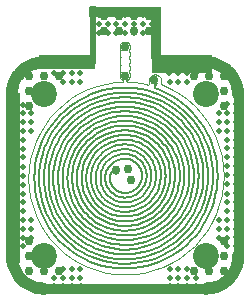
<source format=gbr>
G04 EAGLE Gerber RS-274X export*
G75*
%MOMM*%
%FSLAX34Y34*%
%LPD*%
%INTop Copper*%
%IPPOS*%
%AMOC8*
5,1,8,0,0,1.08239X$1,22.5*%
G01*
%ADD10C,2.199994*%
%ADD11R,0.822200X4.470391*%
%ADD12R,6.101888X0.924900*%
%ADD13R,0.590900X4.881488*%
%ADD14R,1.186200X14.358275*%
%ADD15R,4.729191X1.185300*%
%ADD16R,14.232375X0.964600*%
%ADD17R,0.956200X14.255072*%
%ADD18R,5.161787X1.511097*%
%ADD19C,0.500000*%
%ADD20C,0.000000*%
%ADD21C,0.200000*%
%ADD22C,0.999997*%
%ADD23C,0.756400*%


D10*
X137128Y137128D03*
X137128Y0D03*
X0Y0D03*
X0Y137128D03*
D11*
X95109Y189107D03*
D12*
X68710Y206834D03*
D13*
X41155Y187051D03*
D14*
X-26250Y66711D03*
D15*
X19242Y164278D03*
D16*
X68621Y-27682D03*
D17*
X164800Y68735D03*
D18*
X116430Y162494D03*
D19*
X53858Y189187D03*
X46406Y189128D03*
X61310Y189247D03*
X61191Y204151D03*
X61251Y196699D03*
X46287Y204032D03*
X46346Y196580D03*
X53798Y196639D03*
X53739Y204092D03*
X68762Y189307D03*
X68702Y196759D03*
X76155Y196818D03*
X76214Y189366D03*
X76095Y204270D03*
X68643Y204211D03*
X83666Y189426D03*
X83607Y196878D03*
X91059Y196938D03*
X91118Y189486D03*
X90999Y204390D03*
X83547Y204330D03*
X113622Y162586D03*
X106172Y162586D03*
X106234Y155194D03*
X106295Y147801D03*
X113745Y147801D03*
X121195Y147801D03*
X113684Y155194D03*
X121072Y162586D03*
X121134Y155194D03*
X128584Y155194D03*
X128522Y162586D03*
X135972Y162586D03*
X15932Y147801D03*
X908Y162586D03*
X8420Y155194D03*
X23381Y147801D03*
X30832Y147801D03*
X23320Y155194D03*
X15870Y155194D03*
X15808Y162586D03*
X8358Y162586D03*
X23258Y162586D03*
X30708Y162586D03*
X30770Y155194D03*
X-10672Y15932D03*
X-25457Y908D03*
X-18065Y8420D03*
X-10672Y23381D03*
X-10672Y30832D03*
X-18065Y23320D03*
X-18065Y15870D03*
X-25457Y15808D03*
X-25457Y8358D03*
X-25457Y23258D03*
X-25457Y30708D03*
X-18065Y30770D03*
X-18065Y38220D03*
X-25457Y38158D03*
X-25457Y45608D03*
X-18065Y45670D03*
X-18065Y53120D03*
X-25457Y53058D03*
X-25457Y60508D03*
X-18065Y60570D03*
X-18065Y68020D03*
X-25457Y67958D03*
X-25457Y75408D03*
X-18065Y75470D03*
X-25457Y135972D03*
X-25457Y128522D03*
X-18065Y128584D03*
X-18065Y121134D03*
X-25457Y121072D03*
X-18065Y113684D03*
X-10672Y121195D03*
X-10672Y113745D03*
X-10672Y106295D03*
X-18065Y106234D03*
X-25457Y106172D03*
X-25457Y98722D03*
X-18065Y98784D03*
X-18065Y91334D03*
X-25457Y91272D03*
X-25457Y83822D03*
X-18065Y83884D03*
X-25457Y113622D03*
X147801Y121195D03*
X162586Y136219D03*
X155194Y128707D03*
X147801Y113745D03*
X147801Y106295D03*
X155194Y113807D03*
X155194Y121257D03*
X162586Y121319D03*
X162586Y128769D03*
X162586Y113869D03*
X162586Y106419D03*
X155194Y106357D03*
X155194Y98907D03*
X162586Y98969D03*
X162586Y91519D03*
X155194Y91457D03*
X155194Y84007D03*
X162586Y84069D03*
X162586Y76619D03*
X155194Y76557D03*
X155194Y69107D03*
X162586Y69169D03*
X162586Y61719D03*
X155194Y61657D03*
X162586Y1155D03*
X162586Y8605D03*
X155194Y8543D03*
X155194Y15993D03*
X162586Y16055D03*
X155194Y23443D03*
X147801Y15932D03*
X147801Y23381D03*
X147801Y30832D03*
X155194Y30893D03*
X162586Y30955D03*
X162586Y38405D03*
X155194Y38343D03*
X155194Y45793D03*
X162586Y45855D03*
X162586Y53305D03*
X155194Y53243D03*
X162586Y23505D03*
X23505Y-25457D03*
X30955Y-25457D03*
X30893Y-18065D03*
X30832Y-10672D03*
X23381Y-10672D03*
X15932Y-10672D03*
X23443Y-18065D03*
X16055Y-25457D03*
X15993Y-18065D03*
X8543Y-18065D03*
X8605Y-25457D03*
X1155Y-25457D03*
X106357Y-18065D03*
X106419Y-25457D03*
X113869Y-25457D03*
X128769Y-25457D03*
X121319Y-25457D03*
X121257Y-18065D03*
X113807Y-18065D03*
X106295Y-10672D03*
X113745Y-10672D03*
X128707Y-18065D03*
X136219Y-25457D03*
X121195Y-10672D03*
D10*
X137128Y137128D03*
X137128Y0D03*
X0Y0D03*
X0Y137128D03*
D11*
X95109Y189107D03*
D12*
X68710Y206834D03*
D13*
X41155Y187051D03*
D14*
X-26250Y66711D03*
D15*
X19242Y164278D03*
D16*
X68621Y-27682D03*
D17*
X164800Y68735D03*
D18*
X116430Y162494D03*
D19*
X53858Y189187D03*
X46406Y189128D03*
X61310Y189247D03*
X61191Y204151D03*
X61251Y196699D03*
X46287Y204032D03*
X46346Y196580D03*
X53798Y196639D03*
X53739Y204092D03*
X68762Y189307D03*
X68702Y196759D03*
X76155Y196818D03*
X76214Y189366D03*
X76095Y204270D03*
X68643Y204211D03*
X83666Y189426D03*
X83607Y196878D03*
X91059Y196938D03*
X91118Y189486D03*
X90999Y204390D03*
X83547Y204330D03*
X113622Y162586D03*
X106172Y162586D03*
X106234Y155194D03*
X106295Y147801D03*
X113745Y147801D03*
X121195Y147801D03*
X113684Y155194D03*
X121072Y162586D03*
X121134Y155194D03*
X128584Y155194D03*
X128522Y162586D03*
X135972Y162586D03*
X15932Y147801D03*
X908Y162586D03*
X8420Y155194D03*
X23381Y147801D03*
X30832Y147801D03*
X23320Y155194D03*
X15870Y155194D03*
X15808Y162586D03*
X8358Y162586D03*
X23258Y162586D03*
X30708Y162586D03*
X30770Y155194D03*
X-10672Y15932D03*
X-25457Y908D03*
X-18065Y8420D03*
X-10672Y23381D03*
X-10672Y30832D03*
X-18065Y23320D03*
X-18065Y15870D03*
X-25457Y15808D03*
X-25457Y8358D03*
X-25457Y23258D03*
X-25457Y30708D03*
X-18065Y30770D03*
X-18065Y38220D03*
X-25457Y38158D03*
X-25457Y45608D03*
X-18065Y45670D03*
X-18065Y53120D03*
X-25457Y53058D03*
X-25457Y60508D03*
X-18065Y60570D03*
X-18065Y68020D03*
X-25457Y67958D03*
X-25457Y75408D03*
X-18065Y75470D03*
X-25457Y135972D03*
X-25457Y128522D03*
X-18065Y128584D03*
X-18065Y121134D03*
X-25457Y121072D03*
X-18065Y113684D03*
X-10672Y121195D03*
X-10672Y113745D03*
X-10672Y106295D03*
X-18065Y106234D03*
X-25457Y106172D03*
X-25457Y98722D03*
X-18065Y98784D03*
X-18065Y91334D03*
X-25457Y91272D03*
X-25457Y83822D03*
X-18065Y83884D03*
X-25457Y113622D03*
X147801Y121195D03*
X162586Y136219D03*
X155194Y128707D03*
X147801Y113745D03*
X147801Y106295D03*
X155194Y113807D03*
X155194Y121257D03*
X162586Y121319D03*
X162586Y128769D03*
X162586Y113869D03*
X162586Y106419D03*
X155194Y106357D03*
X155194Y98907D03*
X162586Y98969D03*
X162586Y91519D03*
X155194Y91457D03*
X155194Y84007D03*
X162586Y84069D03*
X162586Y76619D03*
X155194Y76557D03*
X155194Y69107D03*
X162586Y69169D03*
X162586Y61719D03*
X155194Y61657D03*
X162586Y1155D03*
X162586Y8605D03*
X155194Y8543D03*
X155194Y15993D03*
X162586Y16055D03*
X155194Y23443D03*
X147801Y15932D03*
X147801Y23381D03*
X147801Y30832D03*
X155194Y30893D03*
X162586Y30955D03*
X162586Y38405D03*
X155194Y38343D03*
X155194Y45793D03*
X162586Y45855D03*
X162586Y53305D03*
X155194Y53243D03*
X162586Y23505D03*
X23505Y-25457D03*
X30955Y-25457D03*
X30893Y-18065D03*
X30832Y-10672D03*
X23381Y-10672D03*
X15932Y-10672D03*
X23443Y-18065D03*
X16055Y-25457D03*
X15993Y-18065D03*
X8543Y-18065D03*
X8605Y-25457D03*
X1155Y-25457D03*
X106357Y-18065D03*
X106419Y-25457D03*
X113869Y-25457D03*
X128769Y-25457D03*
X121319Y-25457D03*
X121257Y-18065D03*
X113807Y-18065D03*
X106295Y-10672D03*
X113745Y-10672D03*
X128707Y-18065D03*
X136219Y-25457D03*
X121195Y-10672D03*
D20*
X95258Y167785D02*
X94944Y169365D01*
X95258Y167785D02*
X96153Y166445D01*
X97493Y165550D01*
X99073Y165236D01*
X137128Y165236D01*
X137269Y165264D01*
X141531Y164928D01*
X145826Y163897D01*
X149906Y162207D01*
X153672Y159899D01*
X157031Y157031D01*
X159899Y153672D01*
X162207Y149906D01*
X163897Y145826D01*
X164928Y141531D01*
X165264Y137269D01*
X165236Y137128D01*
X165236Y0D01*
X165264Y-140D01*
X164928Y-4402D01*
X163897Y-8697D01*
X162207Y-12778D01*
X159899Y-16543D01*
X157031Y-19902D01*
X153672Y-22770D01*
X149906Y-25078D01*
X145826Y-26768D01*
X141531Y-27800D01*
X137269Y-28135D01*
X137128Y-28107D01*
X0Y-28107D01*
X-140Y-28135D01*
X-4402Y-27800D01*
X-8697Y-26768D01*
X-12778Y-25078D01*
X-16543Y-22770D01*
X-19902Y-19902D01*
X-22770Y-16543D01*
X-25078Y-12778D01*
X-26768Y-8697D01*
X-27800Y-4402D01*
X-28135Y-140D01*
X-28107Y0D01*
X-28107Y137128D01*
X-28135Y137269D01*
X-27800Y141531D01*
X-26768Y145826D01*
X-25078Y149906D01*
X-22770Y153672D01*
X-19902Y157031D01*
X-16543Y159899D01*
X-12778Y162207D01*
X-8697Y163897D01*
X-4402Y164928D01*
X-140Y165264D01*
X0Y165236D01*
X38054Y165236D01*
X39634Y165550D01*
X40974Y166445D01*
X41869Y167785D01*
X42183Y169365D01*
X42183Y207250D01*
X94944Y207250D01*
X94944Y169365D01*
X69459Y181935D02*
X67668Y181935D01*
X66014Y181250D01*
X64748Y179984D01*
X64063Y178330D01*
X64063Y176540D01*
X64748Y174886D01*
X65200Y174435D01*
X64748Y173984D01*
X64063Y172331D01*
X64063Y170540D01*
X64748Y168886D01*
X65200Y168435D01*
X64748Y167984D01*
X64063Y166331D01*
X64063Y164540D01*
X64748Y162886D01*
X65200Y162435D01*
X64748Y161984D01*
X64063Y160330D01*
X64063Y158540D01*
X64748Y156886D01*
X65200Y156435D01*
X64748Y155984D01*
X64063Y154331D01*
X64063Y152540D01*
X64748Y150886D01*
X66014Y149620D01*
X67286Y149094D01*
X67063Y147811D01*
X60355Y147482D01*
X52434Y146307D01*
X44667Y144361D01*
X37127Y141664D01*
X29888Y138240D01*
X23020Y134123D01*
X16588Y129353D01*
X10655Y123975D01*
X5277Y118042D01*
X508Y111610D01*
X-3608Y104742D01*
X-7032Y97503D01*
X-9729Y89963D01*
X-11675Y82196D01*
X-12850Y74275D01*
X-13243Y66277D01*
X-12850Y58279D01*
X-11675Y50358D01*
X-9729Y42590D01*
X-7032Y35050D01*
X-3608Y27811D01*
X508Y20943D01*
X5277Y14511D01*
X10655Y8578D01*
X16588Y3200D01*
X23020Y-1568D01*
X29888Y-5685D01*
X37127Y-9108D01*
X44667Y-11806D01*
X52434Y-13752D01*
X60355Y-14927D01*
X64707Y-15141D01*
X65097Y-15218D01*
X65299Y-15258D01*
X65657Y-15187D01*
X68433Y-15324D01*
X76627Y-14921D01*
X84743Y-13717D01*
X92701Y-11724D01*
X100426Y-8960D01*
X107842Y-5452D01*
X114879Y-1234D01*
X121469Y3651D01*
X127548Y9160D01*
X133058Y15240D01*
X137945Y21829D01*
X142162Y28866D01*
X145670Y36282D01*
X148434Y44007D01*
X150428Y51965D01*
X151631Y60081D01*
X152034Y68275D01*
X151631Y76469D01*
X150428Y84585D01*
X148434Y92543D01*
X145670Y100268D01*
X142162Y107684D01*
X137945Y114721D01*
X133058Y121311D01*
X127548Y127390D01*
X121469Y132899D01*
X114879Y137786D01*
X107842Y142004D01*
X100426Y145512D01*
X99060Y146001D01*
X99060Y149001D01*
X98671Y150952D01*
X97566Y152606D01*
X95912Y153711D01*
X93961Y154099D01*
X92010Y153711D01*
X90356Y152606D01*
X89251Y150952D01*
X88863Y149001D01*
X88863Y146179D01*
X87849Y145415D01*
X86151Y145904D01*
X77349Y147400D01*
X72870Y147651D01*
X71610Y147773D01*
X71408Y147814D01*
X71218Y147776D01*
X70019Y147796D01*
X69797Y149075D01*
X71112Y149620D01*
X72378Y150886D01*
X73063Y152540D01*
X73063Y154331D01*
X72378Y155984D01*
X71927Y156435D01*
X72378Y156886D01*
X73063Y158540D01*
X73063Y160330D01*
X72378Y161984D01*
X71927Y162435D01*
X72378Y162886D01*
X73063Y164540D01*
X73063Y166331D01*
X72378Y167984D01*
X71927Y168435D01*
X72378Y168886D01*
X73063Y170540D01*
X73063Y172331D01*
X72378Y173984D01*
X71927Y174435D01*
X72378Y174886D01*
X73063Y176540D01*
X73063Y178330D01*
X72378Y179984D01*
X71112Y181250D01*
X69459Y181935D01*
X95569Y147064D02*
X95441Y146901D01*
X95329Y146727D01*
X95231Y146542D01*
X95149Y146347D01*
X95081Y146141D01*
X95029Y145924D01*
X94991Y145697D01*
X94969Y145459D01*
X94961Y145210D01*
X92961Y145210D01*
X92954Y145459D01*
X92931Y145697D01*
X92894Y145924D01*
X92841Y146141D01*
X92774Y146347D01*
X92691Y146542D01*
X92594Y146727D01*
X92481Y146901D01*
X92354Y147064D01*
X92211Y147216D01*
X95711Y147216D01*
X95569Y147064D01*
X60626Y69956D02*
X60778Y69813D01*
X60626Y69956D02*
X60463Y70083D01*
X60289Y70196D01*
X60104Y70293D01*
X59909Y70376D01*
X59703Y70443D01*
X59486Y70496D01*
X59259Y70533D01*
X59021Y70556D01*
X58772Y70563D01*
X58772Y72563D01*
X59021Y72571D01*
X59259Y72593D01*
X59486Y72631D01*
X59703Y72683D01*
X59909Y72751D01*
X60104Y72833D01*
X60289Y72931D01*
X60463Y73043D01*
X60626Y73171D01*
X60778Y73313D01*
X60778Y69813D01*
D21*
X58087Y71563D02*
X57968Y71559D01*
X57849Y71547D01*
X57732Y71526D01*
X57616Y71497D01*
X57502Y71460D01*
X57392Y71415D01*
X57284Y71363D01*
X57181Y71303D01*
X57082Y71237D01*
X56987Y71163D01*
X56899Y71083D01*
X56816Y70997D01*
X56739Y70906D01*
X56669Y70809D01*
X56606Y70708D01*
X56550Y70602D01*
X56501Y70493D01*
X56460Y70381D01*
X56427Y70266D01*
X56402Y70149D01*
X56386Y70031D01*
X56377Y69912D01*
X56376Y69852D01*
X67742Y86767D02*
X69172Y86760D01*
X67742Y86767D02*
X66314Y86675D01*
X64896Y86483D01*
X63494Y86192D01*
X62117Y85805D01*
X60770Y85322D01*
X59460Y84747D01*
X58193Y84081D01*
X56976Y83329D01*
X55814Y82494D01*
X54713Y81579D01*
X53679Y80591D01*
X52716Y79532D01*
X51830Y78409D01*
X51024Y77227D01*
X50302Y75991D01*
X49668Y74708D01*
X49126Y73384D01*
X48677Y72026D01*
X48324Y70639D01*
X48068Y69231D01*
X47912Y67809D01*
X47854Y66379D01*
X47897Y64949D01*
X48040Y63525D01*
X48281Y62114D01*
X48620Y60725D01*
X49056Y59361D01*
X49585Y58032D01*
X50206Y56743D01*
X50915Y55500D01*
X51709Y54310D01*
X52584Y53178D01*
X53537Y52110D01*
X54561Y51110D01*
X55652Y50185D01*
X56806Y49338D01*
X58015Y48574D01*
X59275Y47896D01*
X60580Y47308D01*
X61922Y46811D01*
X63295Y46410D01*
X64694Y46106D01*
X66109Y45899D01*
X67535Y45793D01*
X67383Y98763D02*
X69651Y98751D01*
X67383Y98763D02*
X65119Y98616D01*
X62871Y98312D01*
X60650Y97851D01*
X58466Y97237D01*
X56331Y96472D01*
X54254Y95560D01*
X52246Y94505D01*
X50316Y93312D01*
X48474Y91988D01*
X46729Y90539D01*
X45089Y88971D01*
X43563Y87293D01*
X42157Y85513D01*
X40879Y83638D01*
X39735Y81680D01*
X38730Y79646D01*
X37870Y77547D01*
X37158Y75393D01*
X36598Y73195D01*
X36193Y70963D01*
X35945Y68708D01*
X35854Y66441D01*
X35922Y64174D01*
X36147Y61917D01*
X36530Y59681D01*
X37068Y57477D01*
X37758Y55316D01*
X38597Y53208D01*
X39581Y51164D01*
X40705Y49194D01*
X41964Y47307D01*
X43352Y45513D01*
X44861Y43819D01*
X46485Y42235D01*
X48216Y40768D01*
X50044Y39426D01*
X51962Y38214D01*
X53959Y37139D01*
X56027Y36206D01*
X58155Y35419D01*
X60332Y34783D01*
X62549Y34300D01*
X64793Y33973D01*
X67056Y33803D01*
X67502Y94764D02*
X69491Y94754D01*
X67502Y94764D02*
X65517Y94636D01*
X63546Y94369D01*
X61598Y93965D01*
X59683Y93426D01*
X57810Y92755D01*
X55989Y91955D01*
X54228Y91030D01*
X52536Y89985D01*
X50920Y88824D01*
X49390Y87553D01*
X47952Y86178D01*
X46614Y84706D01*
X45381Y83145D01*
X44261Y81501D01*
X43257Y79784D01*
X42376Y78000D01*
X41622Y76160D01*
X40998Y74271D01*
X40507Y72343D01*
X40151Y70386D01*
X39933Y68409D01*
X39854Y66421D01*
X39913Y64432D01*
X40111Y62453D01*
X40447Y60492D01*
X40918Y58560D01*
X41524Y56665D01*
X42260Y54817D01*
X43123Y53024D01*
X44109Y51297D01*
X45213Y49642D01*
X46429Y48068D01*
X47753Y46583D01*
X49177Y45194D01*
X50694Y43908D01*
X52298Y42731D01*
X53979Y41668D01*
X55731Y40725D01*
X57544Y39907D01*
X59410Y39217D01*
X61319Y38659D01*
X63263Y38236D01*
X65232Y37949D01*
X67215Y37800D01*
X67216Y37799D01*
X67622Y90766D02*
X69332Y90757D01*
X67622Y90766D02*
X65916Y90655D01*
X64221Y90426D01*
X62546Y90079D01*
X60900Y89616D01*
X59290Y89039D01*
X57725Y88351D01*
X56211Y87556D01*
X54756Y86657D01*
X53367Y85658D01*
X52052Y84566D01*
X50816Y83384D01*
X49665Y82119D01*
X48606Y80777D01*
X47642Y79364D01*
X46780Y77887D01*
X46022Y76354D01*
X45374Y74772D01*
X44837Y73148D01*
X44415Y71491D01*
X44110Y69808D01*
X43922Y68108D01*
X43854Y66399D01*
X43905Y64690D01*
X44075Y62988D01*
X44364Y61303D01*
X44769Y59641D01*
X45290Y58012D01*
X45922Y56424D01*
X46664Y54883D01*
X47512Y53398D01*
X48461Y51975D01*
X49507Y50622D01*
X50645Y49346D01*
X51869Y48152D01*
X53174Y47046D01*
X54552Y46033D01*
X55998Y45120D01*
X57504Y44310D01*
X59062Y43606D01*
X60666Y43013D01*
X62308Y42534D01*
X63979Y42170D01*
X65671Y41923D01*
X67375Y41796D01*
X67861Y82769D02*
X69012Y82763D01*
X67861Y82769D02*
X66711Y82695D01*
X65570Y82540D01*
X64442Y82306D01*
X63334Y81995D01*
X62250Y81606D01*
X61195Y81143D01*
X60175Y80607D01*
X59196Y80002D01*
X58260Y79330D01*
X57375Y78594D01*
X56542Y77798D01*
X55767Y76946D01*
X55053Y76042D01*
X54405Y75091D01*
X53824Y74096D01*
X53314Y73064D01*
X52877Y71998D01*
X52516Y70904D01*
X52231Y69788D01*
X52026Y68655D01*
X51899Y67510D01*
X51853Y66360D01*
X51888Y65208D01*
X52002Y64062D01*
X52197Y62927D01*
X52470Y61808D01*
X52820Y60711D01*
X53246Y59641D01*
X53746Y58604D01*
X54317Y57603D01*
X54956Y56645D01*
X55660Y55734D01*
X56427Y54874D01*
X57251Y54070D01*
X58129Y53326D01*
X59058Y52644D01*
X60031Y52029D01*
X61046Y51483D01*
X62095Y51009D01*
X63175Y50610D01*
X64281Y50287D01*
X65406Y50042D01*
X66546Y49875D01*
X67694Y49789D01*
X67695Y49790D01*
X56156Y69008D02*
X56376Y69852D01*
X56156Y69008D02*
X55995Y68150D01*
X55895Y67284D01*
X55855Y66412D01*
X55876Y65540D01*
X55958Y64671D01*
X56100Y63811D01*
X56302Y62962D01*
X56563Y62129D01*
X56881Y61317D01*
X57255Y60528D01*
X57683Y59768D01*
X58163Y59040D01*
X58693Y58346D01*
X59269Y57692D01*
X59890Y57079D01*
X60553Y56511D01*
X61253Y55990D01*
X61988Y55520D01*
X62754Y55102D01*
X63547Y54739D01*
X64364Y54431D01*
X65200Y54182D01*
X66051Y53991D01*
X66914Y53860D01*
X67783Y53790D01*
X67854Y53786D01*
X67264Y102760D02*
X69811Y102747D01*
X67264Y102760D02*
X64721Y102595D01*
X62197Y102253D01*
X59702Y101736D01*
X57250Y101046D01*
X54851Y100187D01*
X52519Y99162D01*
X50263Y97978D01*
X48096Y96638D01*
X46027Y95151D01*
X44067Y93524D01*
X42226Y91763D01*
X40512Y89878D01*
X38933Y87879D01*
X37498Y85774D01*
X36213Y83574D01*
X35085Y81290D01*
X34119Y78932D01*
X33319Y76513D01*
X32691Y74044D01*
X32235Y71538D01*
X31957Y69005D01*
X31855Y66460D01*
X31931Y63913D01*
X32184Y61378D01*
X32614Y58867D01*
X33218Y56392D01*
X33993Y53965D01*
X34936Y51598D01*
X36041Y49303D01*
X37304Y47090D01*
X38718Y44971D01*
X40276Y42955D01*
X41971Y41054D01*
X43795Y39275D01*
X45739Y37627D01*
X47792Y36119D01*
X49946Y34758D01*
X52189Y33551D01*
X54511Y32503D01*
X56901Y31620D01*
X59346Y30905D01*
X61836Y30363D01*
X64357Y29996D01*
X66896Y29806D01*
X66905Y114755D02*
X70290Y114738D01*
X66905Y114755D02*
X63527Y114536D01*
X60172Y114082D01*
X56858Y113395D01*
X53599Y112478D01*
X50412Y111336D01*
X47313Y109975D01*
X44316Y108401D01*
X41436Y106621D01*
X38687Y104645D01*
X36083Y102482D01*
X33636Y100143D01*
X31359Y97639D01*
X29261Y94982D01*
X27354Y92184D01*
X25647Y89261D01*
X24147Y86226D01*
X22864Y83094D01*
X21801Y79880D01*
X20966Y76599D01*
X20361Y73268D01*
X19991Y69903D01*
X19855Y66521D01*
X19957Y63137D01*
X20293Y59769D01*
X20865Y56432D01*
X21667Y53143D01*
X22697Y49919D01*
X23949Y46774D01*
X25418Y43724D01*
X27096Y40783D01*
X28975Y37967D01*
X31045Y35289D01*
X33298Y32762D01*
X35721Y30398D01*
X38303Y28210D01*
X41032Y26206D01*
X43894Y24398D01*
X46875Y22793D01*
X49961Y21401D01*
X53136Y20227D01*
X56385Y19278D01*
X59693Y18558D01*
X63043Y18070D01*
X66417Y17815D01*
X66307Y134747D02*
X71088Y134722D01*
X66307Y134747D02*
X61536Y134437D01*
X56798Y133795D01*
X52116Y132825D01*
X47514Y131530D01*
X43013Y129917D01*
X38635Y127995D01*
X34403Y125771D01*
X30335Y123258D01*
X26453Y120467D01*
X22775Y117413D01*
X19319Y114108D01*
X16102Y110572D01*
X13139Y106819D01*
X10446Y102868D01*
X8034Y98740D01*
X5917Y94453D01*
X4103Y90029D01*
X2603Y85490D01*
X1423Y80856D01*
X569Y76152D01*
X45Y71399D01*
X-144Y66622D01*
X-1Y61843D01*
X473Y57085D01*
X1280Y52373D01*
X2413Y47728D01*
X3868Y43173D01*
X5637Y38731D01*
X7711Y34423D01*
X10081Y30271D01*
X12734Y26294D01*
X15659Y22511D01*
X18840Y18942D01*
X22263Y15603D01*
X25910Y12512D01*
X29764Y9682D01*
X33806Y7128D01*
X38016Y4862D01*
X42374Y2896D01*
X46858Y1238D01*
X51448Y-102D01*
X56119Y-1120D01*
X60851Y-1809D01*
X65618Y-2166D01*
X65619Y-2167D01*
X66427Y130748D02*
X70929Y130725D01*
X66427Y130748D02*
X61935Y130456D01*
X57473Y129852D01*
X53065Y128939D01*
X48731Y127719D01*
X44493Y126201D01*
X40371Y124390D01*
X36385Y122297D01*
X32555Y119930D01*
X28900Y117302D01*
X25437Y114426D01*
X22182Y111315D01*
X19153Y107984D01*
X16364Y104451D01*
X13828Y100731D01*
X11557Y96843D01*
X9563Y92807D01*
X7855Y88641D01*
X6443Y84367D01*
X5332Y80004D01*
X4528Y75574D01*
X4035Y71099D01*
X3855Y66601D01*
X3989Y62100D01*
X4437Y57621D01*
X5197Y53183D01*
X6264Y48809D01*
X7634Y44521D01*
X9299Y40338D01*
X11252Y36282D01*
X13484Y32372D01*
X15982Y28627D01*
X18736Y25065D01*
X21732Y21704D01*
X24955Y18561D01*
X28389Y15650D01*
X32018Y12985D01*
X35824Y10580D01*
X39788Y8447D01*
X43892Y6595D01*
X48114Y5034D01*
X52436Y3771D01*
X56835Y2813D01*
X61290Y2164D01*
X65778Y1828D01*
X66546Y126750D02*
X70769Y126728D01*
X66546Y126750D02*
X62333Y126476D01*
X58148Y125909D01*
X54013Y125052D01*
X49948Y123909D01*
X45972Y122484D01*
X42106Y120786D01*
X38368Y118822D01*
X34775Y116603D01*
X31347Y114138D01*
X28098Y111439D01*
X25046Y108521D01*
X22204Y105397D01*
X19588Y102083D01*
X17209Y98594D01*
X15079Y94947D01*
X13209Y91161D01*
X11607Y87254D01*
X10282Y83244D01*
X9240Y79152D01*
X8486Y74997D01*
X8023Y70800D01*
X7855Y66580D01*
X7981Y62359D01*
X8401Y58157D01*
X9114Y53995D01*
X10115Y49892D01*
X11400Y45870D01*
X12962Y41947D01*
X14794Y38142D01*
X16887Y34474D01*
X19231Y30961D01*
X21814Y27621D01*
X24624Y24468D01*
X27647Y21520D01*
X30868Y18789D01*
X34272Y16290D01*
X37841Y14034D01*
X41560Y12033D01*
X45409Y10296D01*
X49370Y8832D01*
X53424Y7647D01*
X57550Y6749D01*
X61728Y6140D01*
X65938Y5825D01*
X66786Y118754D02*
X70450Y118735D01*
X66786Y118754D02*
X63129Y118517D01*
X59498Y118025D01*
X55910Y117281D01*
X52382Y116289D01*
X48933Y115053D01*
X45578Y113579D01*
X42333Y111875D01*
X39216Y109949D01*
X36241Y107810D01*
X33422Y105468D01*
X30773Y102936D01*
X28307Y100225D01*
X26037Y97349D01*
X23973Y94322D01*
X22124Y91157D01*
X20501Y87872D01*
X19111Y84481D01*
X17962Y81002D01*
X17057Y77451D01*
X16403Y73845D01*
X16002Y70203D01*
X15855Y66541D01*
X15965Y62878D01*
X16329Y59232D01*
X16948Y55620D01*
X17816Y52060D01*
X18931Y48570D01*
X20287Y45165D01*
X21877Y41864D01*
X23693Y38681D01*
X25726Y35633D01*
X27968Y32734D01*
X30406Y29998D01*
X33029Y27439D01*
X35825Y25070D01*
X38778Y22901D01*
X41876Y20944D01*
X45103Y19207D01*
X48443Y17700D01*
X51880Y16429D01*
X55398Y15402D01*
X58978Y14622D01*
X62604Y14093D01*
X66257Y13819D01*
X67024Y110757D02*
X70130Y110741D01*
X67024Y110757D02*
X63925Y110556D01*
X60847Y110139D01*
X57805Y109509D01*
X54815Y108668D01*
X51891Y107620D01*
X49047Y106371D01*
X46298Y104926D01*
X43655Y103294D01*
X41133Y101481D01*
X38744Y99496D01*
X36499Y97350D01*
X34409Y95052D01*
X32484Y92614D01*
X30734Y90048D01*
X29168Y87366D01*
X27792Y84581D01*
X26614Y81707D01*
X25639Y78758D01*
X24872Y75748D01*
X24318Y72692D01*
X23977Y69604D01*
X23853Y66501D01*
X23946Y63396D01*
X24255Y60305D01*
X24779Y57243D01*
X25516Y54226D01*
X26460Y51267D01*
X27610Y48381D01*
X28957Y45583D01*
X30497Y42885D01*
X32220Y40301D01*
X34120Y37844D01*
X36187Y35525D01*
X38411Y33357D01*
X40780Y31348D01*
X43284Y29509D01*
X45909Y27850D01*
X48645Y26378D01*
X51476Y25101D01*
X54389Y24024D01*
X57370Y23153D01*
X60405Y22491D01*
X63479Y22044D01*
X66576Y21811D01*
X66577Y21812D01*
X67144Y106758D02*
X69970Y106744D01*
X67144Y106758D02*
X64322Y106576D01*
X61521Y106196D01*
X58753Y105622D01*
X56032Y104857D01*
X53371Y103904D01*
X50782Y102767D01*
X48280Y101452D01*
X45875Y99966D01*
X43580Y98316D01*
X41405Y96510D01*
X39362Y94556D01*
X37460Y92465D01*
X35708Y90246D01*
X34116Y87911D01*
X32690Y85470D01*
X31438Y82935D01*
X30366Y80320D01*
X29479Y77635D01*
X28781Y74896D01*
X28276Y72115D01*
X27966Y69305D01*
X27854Y66480D01*
X27938Y63654D01*
X28219Y60842D01*
X28696Y58055D01*
X29366Y55309D01*
X30226Y52616D01*
X31272Y49990D01*
X32499Y47443D01*
X33900Y44987D01*
X35469Y42636D01*
X37198Y40400D01*
X39079Y38289D01*
X41102Y36315D01*
X43259Y34488D01*
X45537Y32815D01*
X47927Y31304D01*
X50416Y29965D01*
X52993Y28802D01*
X55645Y27822D01*
X58358Y27029D01*
X61120Y26427D01*
X63917Y26020D01*
X66736Y25809D01*
X66069Y142743D02*
X71408Y142716D01*
X66069Y142743D02*
X60740Y142397D01*
X55449Y141681D01*
X50221Y140597D01*
X45080Y139151D01*
X40054Y137350D01*
X35165Y135203D01*
X30438Y132720D01*
X25895Y129913D01*
X21560Y126796D01*
X17452Y123385D01*
X13593Y119695D01*
X10000Y115745D01*
X6691Y111554D01*
X3683Y107142D01*
X990Y102531D01*
X-1373Y97744D01*
X-3399Y92803D01*
X-5074Y87733D01*
X-6392Y82558D01*
X-7345Y77305D01*
X-7930Y71997D01*
X-8144Y66662D01*
X-7984Y61324D01*
X-7452Y56012D01*
X-6552Y50748D01*
X-5286Y45561D01*
X-3661Y40474D01*
X-1686Y35514D01*
X629Y30703D01*
X3276Y26065D01*
X6239Y21624D01*
X9506Y17399D01*
X13058Y13413D01*
X16881Y9685D01*
X20954Y6232D01*
X25258Y3072D01*
X29772Y219D01*
X34474Y-2310D01*
X39341Y-4506D01*
X44349Y-6357D01*
X49475Y-7855D01*
X54692Y-8991D01*
X59976Y-9761D01*
X65299Y-10160D01*
X66188Y138745D02*
X71248Y138719D01*
X66188Y138745D02*
X61138Y138417D01*
X56124Y137738D01*
X51169Y136711D01*
X46297Y135341D01*
X41533Y133634D01*
X36900Y131599D01*
X32420Y129246D01*
X28115Y126586D01*
X24006Y123632D01*
X20114Y120399D01*
X16456Y116902D01*
X13051Y113159D01*
X9915Y109186D01*
X7064Y105006D01*
X4512Y100636D01*
X2271Y96099D01*
X352Y91416D01*
X-1235Y86612D01*
X-2484Y81708D01*
X-3388Y76729D01*
X-3942Y71699D01*
X-4144Y66642D01*
X-3993Y61584D01*
X-3489Y56549D01*
X-2636Y51561D01*
X-1436Y46645D01*
X102Y41824D01*
X1974Y37123D01*
X4169Y32564D01*
X6677Y28168D01*
X9486Y23959D01*
X12581Y19956D01*
X15948Y16178D01*
X19571Y12644D01*
X23431Y9372D01*
X27510Y6377D01*
X31788Y3674D01*
X36244Y1276D01*
X40856Y-804D01*
X45603Y-2559D01*
X50460Y-3978D01*
X55405Y-5055D01*
X60412Y-5785D01*
X65458Y-6163D01*
X65459Y-6164D01*
X67056Y33803D02*
X69464Y33791D01*
X71867Y33947D01*
X74254Y34270D01*
X76611Y34759D01*
X78929Y35411D01*
X81196Y36223D01*
X83401Y37192D01*
X85533Y38312D01*
X87581Y39578D01*
X89537Y40983D01*
X91389Y42522D01*
X93130Y44186D01*
X94750Y45967D01*
X96242Y47857D01*
X97598Y49847D01*
X98813Y51926D01*
X99879Y54085D01*
X100793Y56313D01*
X101548Y58600D01*
X102143Y60933D01*
X102573Y63303D01*
X102836Y65696D01*
X102932Y68102D01*
X102860Y70509D01*
X102621Y72905D01*
X102214Y75279D01*
X101644Y77618D01*
X100911Y79912D01*
X100020Y82149D01*
X98975Y84319D01*
X97782Y86410D01*
X96445Y88413D01*
X94972Y90318D01*
X93370Y92116D01*
X91647Y93797D01*
X89810Y95354D01*
X87869Y96780D01*
X85833Y98066D01*
X83712Y99207D01*
X81517Y100197D01*
X79259Y101032D01*
X76948Y101708D01*
X74594Y102220D01*
X72212Y102567D01*
X69811Y102747D01*
X69345Y37789D02*
X67216Y37799D01*
X69345Y37789D02*
X71470Y37927D01*
X73579Y38212D01*
X75664Y38644D01*
X77713Y39221D01*
X79717Y39939D01*
X81667Y40795D01*
X83551Y41785D01*
X85362Y42904D01*
X87091Y44146D01*
X88729Y45507D01*
X90268Y46978D01*
X91700Y48553D01*
X93019Y50224D01*
X94218Y51983D01*
X95292Y53821D01*
X96235Y55730D01*
X97042Y57699D01*
X97711Y59721D01*
X98236Y61784D01*
X98616Y63878D01*
X98849Y65995D01*
X98934Y68122D01*
X98871Y70250D01*
X98659Y72368D01*
X98300Y74466D01*
X97795Y76535D01*
X97147Y78562D01*
X96360Y80540D01*
X95436Y82459D01*
X94381Y84308D01*
X93200Y86079D01*
X91897Y87763D01*
X90481Y89352D01*
X88957Y90839D01*
X87333Y92215D01*
X85617Y93475D01*
X83817Y94612D01*
X81943Y95621D01*
X80002Y96497D01*
X78005Y97235D01*
X75962Y97832D01*
X73882Y98285D01*
X71775Y98592D01*
X69652Y98751D01*
X69651Y98751D01*
X69225Y41787D02*
X67375Y41796D01*
X69225Y41787D02*
X71071Y41907D01*
X72904Y42155D01*
X74715Y42531D01*
X76495Y43031D01*
X78237Y43655D01*
X79930Y44399D01*
X81568Y45259D01*
X83141Y46232D01*
X84643Y47311D01*
X86066Y48493D01*
X87403Y49771D01*
X88648Y51140D01*
X89794Y52591D01*
X90836Y54120D01*
X91769Y55717D01*
X92588Y57375D01*
X93289Y59087D01*
X93870Y60843D01*
X94326Y62635D01*
X94657Y64455D01*
X94859Y66294D01*
X94933Y68142D01*
X94878Y69991D01*
X94694Y71831D01*
X94382Y73655D01*
X93943Y75452D01*
X93381Y77214D01*
X92696Y78932D01*
X91894Y80599D01*
X90977Y82205D01*
X89951Y83744D01*
X88819Y85207D01*
X87588Y86588D01*
X86264Y87879D01*
X84853Y89076D01*
X83362Y90170D01*
X81799Y91158D01*
X80170Y92035D01*
X78484Y92796D01*
X76749Y93437D01*
X74973Y93956D01*
X73166Y94349D01*
X71336Y94616D01*
X69491Y94754D01*
X69106Y45786D02*
X67535Y45793D01*
X69106Y45786D02*
X70673Y45887D01*
X72229Y46098D01*
X73767Y46417D01*
X75279Y46842D01*
X76757Y47372D01*
X78195Y48003D01*
X79586Y48734D01*
X80921Y49559D01*
X82197Y50476D01*
X83405Y51479D01*
X84540Y52565D01*
X85596Y53726D01*
X86570Y54959D01*
X87454Y56257D01*
X88246Y57613D01*
X88942Y59021D01*
X89538Y60474D01*
X90030Y61965D01*
X90418Y63487D01*
X90698Y65032D01*
X90870Y66593D01*
X90933Y68162D01*
X90886Y69732D01*
X90730Y71295D01*
X90465Y72843D01*
X90093Y74369D01*
X89615Y75865D01*
X89034Y77324D01*
X88352Y78739D01*
X87574Y80103D01*
X86702Y81409D01*
X85742Y82651D01*
X84697Y83824D01*
X83572Y84920D01*
X82374Y85936D01*
X81109Y86865D01*
X79781Y87704D01*
X78398Y88448D01*
X76967Y89094D01*
X75493Y89639D01*
X73986Y90079D01*
X72451Y90414D01*
X70898Y90640D01*
X69332Y90757D01*
X68867Y53781D02*
X67854Y53786D01*
X68867Y53781D02*
X69876Y53847D01*
X70879Y53983D01*
X71870Y54188D01*
X72844Y54462D01*
X73797Y54803D01*
X74724Y55210D01*
X75620Y55681D01*
X76481Y56213D01*
X77303Y56804D01*
X78081Y57450D01*
X78813Y58150D01*
X79494Y58898D01*
X80121Y59693D01*
X80691Y60529D01*
X81201Y61403D01*
X81650Y62310D01*
X82033Y63247D01*
X82351Y64208D01*
X82601Y65188D01*
X82781Y66184D01*
X82892Y67190D01*
X82933Y68201D01*
X82903Y69213D01*
X82802Y70220D01*
X82631Y71218D01*
X82391Y72201D01*
X82083Y73165D01*
X81709Y74105D01*
X81270Y75017D01*
X80768Y75896D01*
X80207Y76738D01*
X79588Y77538D01*
X78914Y78294D01*
X78190Y79001D01*
X77418Y79655D01*
X76602Y80254D01*
X75746Y80795D01*
X74855Y81274D01*
X73933Y81691D01*
X72983Y82042D01*
X72012Y82325D01*
X71023Y82541D01*
X70022Y82687D01*
X69012Y82762D01*
X69012Y82763D01*
X68987Y49784D02*
X67695Y49790D01*
X68987Y49784D02*
X70275Y49867D01*
X71555Y50041D01*
X72819Y50303D01*
X74062Y50652D01*
X75278Y51088D01*
X76460Y51607D01*
X77603Y52208D01*
X78702Y52886D01*
X79750Y53640D01*
X80744Y54465D01*
X81677Y55357D01*
X82546Y56313D01*
X83346Y57326D01*
X84073Y58393D01*
X84725Y59508D01*
X85297Y60666D01*
X85786Y61860D01*
X86192Y63086D01*
X86510Y64338D01*
X86741Y65608D01*
X86882Y66892D01*
X86934Y68182D01*
X86895Y69473D01*
X86767Y70758D01*
X86549Y72030D01*
X86243Y73285D01*
X85850Y74515D01*
X85372Y75714D01*
X84812Y76878D01*
X84172Y77999D01*
X83456Y79074D01*
X82666Y80095D01*
X81807Y81059D01*
X80882Y81961D01*
X79897Y82796D01*
X78857Y83560D01*
X77765Y84250D01*
X76628Y84862D01*
X75451Y85393D01*
X74240Y85841D01*
X73000Y86203D01*
X71739Y86478D01*
X70461Y86664D01*
X69173Y86760D01*
X69172Y86760D01*
X70609Y122731D02*
X66666Y122751D01*
X62730Y122496D01*
X58822Y121967D01*
X54961Y121166D01*
X51164Y120098D01*
X47452Y118768D01*
X43841Y117182D01*
X40350Y115349D01*
X36995Y113275D01*
X33793Y110974D01*
X30759Y108454D01*
X27909Y105729D01*
X25255Y102811D01*
X22811Y99716D01*
X20590Y96458D01*
X18601Y93052D01*
X16854Y89516D01*
X15359Y85868D01*
X14121Y82123D01*
X13148Y78301D01*
X12443Y74421D01*
X12011Y70501D01*
X11854Y66561D01*
X11972Y62619D01*
X12364Y58695D01*
X13029Y54808D01*
X13964Y50976D01*
X15164Y47220D01*
X16623Y43556D01*
X18334Y40003D01*
X20289Y36578D01*
X22477Y33297D01*
X24889Y30177D01*
X27514Y27233D01*
X30336Y24480D01*
X33345Y21929D01*
X36524Y19595D01*
X39857Y17489D01*
X43330Y15620D01*
X46925Y13998D01*
X50624Y12630D01*
X54409Y11524D01*
X58262Y10685D01*
X62165Y10116D01*
X66097Y9821D01*
X66098Y9822D01*
X65619Y-2167D02*
X70540Y-2192D01*
X75451Y-1874D01*
X80327Y-1213D01*
X85145Y-214D01*
X89882Y1117D01*
X94515Y2777D01*
X99020Y4755D01*
X103377Y7044D01*
X107563Y9630D01*
X111559Y12503D01*
X115344Y15647D01*
X118901Y19047D01*
X122212Y22688D01*
X125261Y26550D01*
X128033Y30615D01*
X130515Y34865D01*
X132694Y39277D01*
X134561Y43830D01*
X136105Y48502D01*
X137319Y53271D01*
X138198Y58112D01*
X138737Y63004D01*
X138934Y67921D01*
X138787Y72839D01*
X138297Y77736D01*
X137467Y82586D01*
X136300Y87367D01*
X134803Y92054D01*
X132983Y96626D01*
X130848Y101059D01*
X128409Y105333D01*
X125678Y109427D01*
X122668Y113320D01*
X119394Y116993D01*
X115871Y120429D01*
X112118Y123611D01*
X108151Y126524D01*
X103991Y129152D01*
X99658Y131484D01*
X95173Y133508D01*
X90557Y135215D01*
X85834Y136595D01*
X81026Y137642D01*
X76156Y138352D01*
X71249Y138719D01*
X71248Y138719D01*
X70420Y1805D02*
X65778Y1828D01*
X70420Y1805D02*
X75052Y2105D01*
X79652Y2728D01*
X84196Y3671D01*
X88665Y4928D01*
X93034Y6493D01*
X97284Y8360D01*
X101393Y10518D01*
X105342Y12958D01*
X109111Y15667D01*
X112682Y18633D01*
X116037Y21841D01*
X119160Y25274D01*
X122036Y28918D01*
X124651Y32753D01*
X126992Y36761D01*
X129048Y40922D01*
X130808Y45217D01*
X132264Y49624D01*
X133410Y54122D01*
X134239Y58689D01*
X134747Y63303D01*
X134932Y67941D01*
X134794Y72581D01*
X134332Y77199D01*
X133549Y81774D01*
X132449Y86284D01*
X131037Y90705D01*
X129320Y95018D01*
X127306Y99199D01*
X125005Y103231D01*
X122429Y107092D01*
X119590Y110764D01*
X116501Y114229D01*
X113179Y117470D01*
X109638Y120471D01*
X105896Y123219D01*
X101973Y125698D01*
X97885Y127898D01*
X93654Y129807D01*
X89301Y131417D01*
X84845Y132718D01*
X80310Y133706D01*
X75717Y134375D01*
X71088Y134722D01*
X70301Y5803D02*
X65938Y5825D01*
X70301Y5803D02*
X74654Y6086D01*
X78977Y6671D01*
X83249Y7557D01*
X87448Y8738D01*
X91555Y10210D01*
X95549Y11964D01*
X99411Y13993D01*
X103122Y16286D01*
X106664Y18832D01*
X110020Y21619D01*
X113173Y24634D01*
X116108Y27861D01*
X118812Y31285D01*
X121269Y34890D01*
X123469Y38657D01*
X125401Y42568D01*
X127056Y46604D01*
X128425Y50746D01*
X129501Y54974D01*
X130280Y59266D01*
X130758Y63602D01*
X130932Y67961D01*
X130802Y72322D01*
X130368Y76663D01*
X129632Y80963D01*
X128598Y85200D01*
X127271Y89356D01*
X125657Y93409D01*
X123764Y97340D01*
X121602Y101129D01*
X119181Y104757D01*
X116512Y108208D01*
X113610Y111465D01*
X110487Y114511D01*
X107159Y117332D01*
X103643Y119914D01*
X99955Y122244D01*
X96113Y124311D01*
X92137Y126106D01*
X88045Y127618D01*
X83858Y128842D01*
X79595Y129770D01*
X75278Y130399D01*
X70929Y130725D01*
X70181Y9802D02*
X66098Y9822D01*
X70181Y9802D02*
X74256Y10066D01*
X78302Y10614D01*
X82301Y11443D01*
X86231Y12549D01*
X90075Y13926D01*
X93814Y15568D01*
X97429Y17467D01*
X100902Y19613D01*
X104217Y21997D01*
X107359Y24606D01*
X110310Y27427D01*
X113057Y30448D01*
X115587Y33653D01*
X117888Y37027D01*
X119947Y40553D01*
X121755Y44214D01*
X123304Y47992D01*
X124585Y51869D01*
X125593Y55826D01*
X126322Y59843D01*
X126769Y63902D01*
X126932Y67982D01*
X126810Y72063D01*
X126404Y76126D01*
X125715Y80151D01*
X124747Y84118D01*
X123505Y88007D01*
X121994Y91801D01*
X120223Y95480D01*
X118199Y99026D01*
X115932Y102423D01*
X113435Y105653D01*
X110718Y108701D01*
X107795Y111552D01*
X104680Y114192D01*
X101389Y116609D01*
X97937Y118790D01*
X94341Y120725D01*
X90620Y122405D01*
X86790Y123820D01*
X82870Y124965D01*
X78881Y125835D01*
X74840Y126423D01*
X70769Y126728D01*
X70061Y13800D02*
X66257Y13819D01*
X70061Y13800D02*
X73858Y14046D01*
X77627Y14557D01*
X81352Y15329D01*
X85014Y16359D01*
X88595Y17642D01*
X92078Y19172D01*
X95446Y20941D01*
X98682Y22941D01*
X101771Y25161D01*
X104697Y27592D01*
X107447Y30220D01*
X110006Y33034D01*
X112364Y36021D01*
X114507Y39164D01*
X116425Y42448D01*
X118110Y45859D01*
X119553Y49379D01*
X120746Y52991D01*
X121685Y56677D01*
X122365Y60420D01*
X122781Y64201D01*
X122933Y68002D01*
X122819Y71805D01*
X122441Y75590D01*
X121799Y79339D01*
X120897Y83035D01*
X119740Y86659D01*
X118333Y90193D01*
X116683Y93620D01*
X114797Y96924D01*
X112686Y100089D01*
X110359Y103098D01*
X107828Y105938D01*
X105104Y108594D01*
X102203Y111054D01*
X99136Y113305D01*
X95921Y115338D01*
X92571Y117140D01*
X89103Y118705D01*
X85536Y120024D01*
X81884Y121091D01*
X78167Y121900D01*
X74403Y122449D01*
X70609Y122731D01*
X69942Y17798D02*
X66417Y17815D01*
X69942Y17798D02*
X73460Y18026D01*
X76953Y18499D01*
X80404Y19214D01*
X83797Y20169D01*
X87116Y21358D01*
X90343Y22775D01*
X93463Y24414D01*
X96462Y26267D01*
X99324Y28325D01*
X102036Y30577D01*
X104583Y33013D01*
X106955Y35620D01*
X109139Y38387D01*
X111125Y41299D01*
X112903Y44343D01*
X114464Y47504D01*
X115801Y50765D01*
X116907Y54112D01*
X117777Y57528D01*
X118406Y60996D01*
X118792Y64499D01*
X118933Y68022D01*
X118828Y71545D01*
X118477Y75052D01*
X117882Y78527D01*
X117047Y81951D01*
X115974Y85309D01*
X114670Y88584D01*
X113141Y91760D01*
X111394Y94821D01*
X109438Y97753D01*
X107281Y100542D01*
X104936Y103173D01*
X102413Y105634D01*
X99724Y107913D01*
X96883Y110000D01*
X93903Y111882D01*
X90799Y113553D01*
X87586Y115003D01*
X84280Y116225D01*
X80896Y117214D01*
X77452Y117964D01*
X73964Y118472D01*
X70450Y118735D01*
X69703Y25794D02*
X66736Y25809D01*
X69703Y25794D02*
X72663Y25986D01*
X75603Y26385D01*
X78507Y26987D01*
X81363Y27790D01*
X84156Y28790D01*
X86872Y29983D01*
X89498Y31363D01*
X92021Y32922D01*
X94430Y34654D01*
X96712Y36549D01*
X98856Y38599D01*
X100852Y40793D01*
X102690Y43122D01*
X104361Y45573D01*
X105858Y48134D01*
X107171Y50794D01*
X108296Y53539D01*
X109227Y56355D01*
X109960Y59230D01*
X110489Y62149D01*
X110814Y65097D01*
X110933Y68061D01*
X110844Y71027D01*
X110549Y73978D01*
X110049Y76902D01*
X109345Y79784D01*
X108443Y82610D01*
X107345Y85366D01*
X106058Y88039D01*
X104588Y90615D01*
X102942Y93083D01*
X101127Y95430D01*
X99153Y97644D01*
X97030Y99715D01*
X94767Y101634D01*
X92376Y103389D01*
X89868Y104974D01*
X87256Y106380D01*
X84552Y107600D01*
X81770Y108628D01*
X78922Y109461D01*
X76024Y110092D01*
X73089Y110519D01*
X70130Y110741D01*
X69584Y29793D02*
X66896Y29806D01*
X69584Y29793D02*
X72265Y29967D01*
X74928Y30327D01*
X77559Y30873D01*
X80146Y31601D01*
X82676Y32507D01*
X85136Y33588D01*
X87515Y34837D01*
X89801Y36250D01*
X91983Y37818D01*
X94051Y39535D01*
X95993Y41392D01*
X97801Y43380D01*
X99466Y45490D01*
X100980Y47710D01*
X102335Y50030D01*
X103525Y52440D01*
X104545Y54926D01*
X105388Y57477D01*
X106051Y60082D01*
X106531Y62726D01*
X106825Y65397D01*
X106932Y68082D01*
X106852Y70768D01*
X106585Y73442D01*
X106132Y76091D01*
X105495Y78701D01*
X104677Y81261D01*
X103683Y83758D01*
X102517Y86179D01*
X101185Y88513D01*
X99694Y90748D01*
X98050Y92874D01*
X96262Y94880D01*
X94338Y96756D01*
X92288Y98494D01*
X90122Y100084D01*
X87850Y101520D01*
X85484Y102793D01*
X83035Y103899D01*
X80514Y104830D01*
X77935Y105584D01*
X75309Y106156D01*
X72650Y106543D01*
X69970Y106744D01*
X69823Y21796D02*
X66577Y21812D01*
X69823Y21796D02*
X73062Y22006D01*
X76278Y22442D01*
X79456Y23101D01*
X82580Y23980D01*
X85636Y25074D01*
X88608Y26380D01*
X91481Y27889D01*
X94242Y29595D01*
X96877Y31490D01*
X99374Y33563D01*
X101720Y35806D01*
X103904Y38207D01*
X105915Y40755D01*
X107744Y43437D01*
X109381Y46239D01*
X110818Y49149D01*
X112049Y52152D01*
X113067Y55234D01*
X113868Y58379D01*
X114448Y61573D01*
X114803Y64799D01*
X114933Y68042D01*
X114836Y71286D01*
X114513Y74516D01*
X113965Y77715D01*
X113196Y80868D01*
X112208Y83960D01*
X111008Y86975D01*
X109599Y89899D01*
X107991Y92718D01*
X106189Y95418D01*
X104204Y97986D01*
X102044Y100409D01*
X99721Y102675D01*
X97245Y104774D01*
X94629Y106695D01*
X91885Y108429D01*
X89027Y109967D01*
X86069Y111302D01*
X83024Y112427D01*
X79909Y113337D01*
X76738Y114028D01*
X73526Y114496D01*
X70290Y114738D01*
X70778Y-10188D02*
X65299Y-10160D01*
X70778Y-10188D02*
X76246Y-9833D01*
X81676Y-9098D01*
X87041Y-7986D01*
X92315Y-6502D01*
X97474Y-4654D01*
X102490Y-2450D01*
X107341Y96D01*
X112002Y2976D01*
X116451Y6175D01*
X120666Y9675D01*
X124626Y13462D01*
X128313Y17515D01*
X131708Y21816D01*
X134795Y26343D01*
X137558Y31074D01*
X139985Y35986D01*
X142063Y41056D01*
X143782Y46259D01*
X145135Y51569D01*
X146113Y56960D01*
X146713Y62406D01*
X146932Y67881D01*
X146768Y73357D01*
X146223Y78809D01*
X145299Y84210D01*
X144000Y89533D01*
X142333Y94753D01*
X140306Y99843D01*
X137929Y104780D01*
X135213Y109539D01*
X132172Y114096D01*
X128820Y118431D01*
X125175Y122521D01*
X121252Y126347D01*
X117073Y129890D01*
X112656Y133133D01*
X108024Y136060D01*
X103200Y138656D01*
X98205Y140910D01*
X93963Y142507D01*
X70659Y-6190D02*
X65459Y-6164D01*
X70659Y-6190D02*
X75848Y-5854D01*
X81002Y-5156D01*
X86093Y-4100D01*
X91099Y-2692D01*
X95994Y-938D01*
X100755Y1152D01*
X105359Y3570D01*
X109783Y6303D01*
X114005Y9339D01*
X118005Y12661D01*
X121764Y16254D01*
X125263Y20101D01*
X128485Y24183D01*
X131414Y28479D01*
X134037Y32969D01*
X136340Y37632D01*
X138312Y42443D01*
X139944Y47381D01*
X141227Y52420D01*
X142156Y57536D01*
X142725Y62705D01*
X142933Y67901D01*
X142777Y73099D01*
X142260Y78273D01*
X141383Y83399D01*
X140150Y88450D01*
X138568Y93404D01*
X136644Y98235D01*
X134388Y102920D01*
X131811Y107437D01*
X128925Y111762D01*
X125744Y115876D01*
X122284Y119758D01*
X118561Y123389D01*
X114595Y126751D01*
X110403Y129829D01*
X106007Y132607D01*
X101428Y135071D01*
X96688Y137210D01*
X91811Y139013D01*
X86819Y140471D01*
X81739Y141578D01*
X76593Y142328D01*
X71408Y142716D01*
X62563Y71563D02*
X58087Y71563D01*
X93961Y142510D02*
X93961Y149001D01*
X93961Y142510D02*
X93963Y142507D01*
D22*
X-27199Y0D02*
X-27133Y-1897D01*
X-26935Y-3785D01*
X-26605Y-5655D01*
X-26146Y-7497D01*
X-25559Y-9302D01*
X-24848Y-11063D01*
X-24015Y-12769D01*
X-23066Y-14413D01*
X-22005Y-15987D01*
X-20836Y-17483D01*
X-19565Y-18894D01*
X-18200Y-20213D01*
X-16745Y-21433D01*
X-15210Y-22549D01*
X-13599Y-23555D01*
X-11923Y-24446D01*
X-10189Y-25219D01*
X-8405Y-25868D01*
X-6580Y-26391D01*
X-4723Y-26786D01*
X-2843Y-27050D01*
X-949Y-27183D01*
X0Y-27199D01*
X137128Y-27199D02*
X139026Y-27133D01*
X140914Y-26935D01*
X142784Y-26605D01*
X144626Y-26146D01*
X146431Y-25559D01*
X148192Y-24848D01*
X149898Y-24015D01*
X151542Y-23066D01*
X153116Y-22005D01*
X154612Y-20836D01*
X156023Y-19565D01*
X157342Y-18200D01*
X158562Y-16745D01*
X159678Y-15210D01*
X160684Y-13599D01*
X161576Y-11923D01*
X162348Y-10189D01*
X162997Y-8405D01*
X163520Y-6580D01*
X163915Y-4723D01*
X164179Y-2843D01*
X164312Y-949D01*
X164328Y0D01*
X164328Y137128D02*
X164262Y139026D01*
X164064Y140914D01*
X163734Y142784D01*
X163275Y144626D01*
X162688Y146431D01*
X161977Y148192D01*
X161144Y149898D01*
X160195Y151542D01*
X159134Y153116D01*
X157965Y154612D01*
X156694Y156023D01*
X155329Y157342D01*
X153874Y158562D01*
X152339Y159678D01*
X150728Y160684D01*
X149052Y161576D01*
X147318Y162348D01*
X145534Y162997D01*
X143709Y163520D01*
X141852Y163915D01*
X139972Y164179D01*
X138078Y164312D01*
X137128Y164328D01*
X0Y164328D02*
X-1897Y164262D01*
X-3785Y164064D01*
X-5655Y163734D01*
X-7497Y163275D01*
X-9302Y162688D01*
X-11063Y161977D01*
X-12769Y161144D01*
X-14413Y160195D01*
X-15987Y159134D01*
X-17483Y157965D01*
X-18894Y156694D01*
X-20213Y155329D01*
X-21433Y153874D01*
X-22549Y152339D01*
X-23555Y150728D01*
X-24446Y149052D01*
X-25219Y147318D01*
X-25868Y145534D01*
X-26391Y143709D01*
X-26786Y141852D01*
X-27050Y139972D01*
X-27183Y138078D01*
X-27199Y137128D01*
D20*
X64748Y156886D02*
X65200Y156435D01*
X64748Y155984D01*
X64063Y154331D01*
X64063Y152540D01*
X64748Y150886D01*
X66014Y149620D01*
X67286Y149094D01*
X67063Y147811D01*
X60355Y147482D01*
X52434Y146307D01*
X44667Y144361D01*
X37127Y141664D01*
X29888Y138240D01*
X23020Y134123D01*
X16588Y129353D01*
X10655Y123975D01*
X5277Y118042D01*
X508Y111610D01*
X-3608Y104742D01*
X-7032Y97503D01*
X-9729Y89963D01*
X-11675Y82196D01*
X-12850Y74275D01*
X-13243Y66277D01*
X-12850Y58279D01*
X-11675Y50358D01*
X-9729Y42590D01*
X-7032Y35050D01*
X-3608Y27811D01*
X508Y20943D01*
X5277Y14511D01*
X10655Y8578D01*
X16588Y3200D01*
X23020Y-1568D01*
X29888Y-5685D01*
X37127Y-9108D01*
X44667Y-11806D01*
X52434Y-13752D01*
X60355Y-14927D01*
X64707Y-15141D01*
X65097Y-15218D01*
X65299Y-15258D01*
X65657Y-15187D01*
X68433Y-15324D01*
X76627Y-14921D01*
X84743Y-13717D01*
X92701Y-11724D01*
X100426Y-8960D01*
X107842Y-5452D01*
X114879Y-1234D01*
X121469Y3651D01*
X127548Y9160D01*
X133058Y15240D01*
X137945Y21829D01*
X142162Y28866D01*
X145670Y36282D01*
X148434Y44007D01*
X150428Y51965D01*
X151631Y60081D01*
X152034Y68275D02*
X151631Y76469D01*
X150428Y84585D01*
X137945Y114721D02*
X133058Y121311D01*
X127548Y127390D01*
X121469Y132899D01*
X107842Y142004D02*
X100426Y145512D01*
X99060Y146001D01*
X99060Y149001D01*
X98671Y150952D01*
X97566Y152606D01*
X95912Y153711D01*
X93961Y154099D01*
X92010Y153711D02*
X90356Y152606D01*
X89251Y150952D01*
X88863Y149001D01*
X88863Y146179D01*
X72378Y173984D02*
X71927Y174435D01*
X72378Y179984D02*
X71112Y181250D01*
X59703Y72683D02*
X59486Y72631D01*
X59703Y72683D02*
X59909Y72751D01*
X60104Y72833D01*
X60289Y72931D01*
X60463Y73043D01*
X60626Y73171D01*
X60778Y73313D01*
X60778Y69813D01*
D21*
X66314Y86675D02*
X67742Y86767D01*
X66314Y86675D02*
X64896Y86483D01*
X63494Y86192D01*
X62117Y85805D01*
X51024Y77227D02*
X50302Y75991D01*
X49668Y74708D01*
X49126Y73384D01*
X48677Y72026D01*
X48324Y70639D01*
X48068Y69231D01*
X47912Y67809D01*
X47854Y66379D01*
X47897Y64949D01*
X48040Y63525D01*
X48281Y62114D01*
X48620Y60725D01*
X49056Y59361D01*
X49585Y58032D01*
X50206Y56743D01*
X50915Y55500D01*
X54561Y51110D02*
X55652Y50185D01*
X56806Y49338D02*
X58015Y48574D01*
X42157Y85513D02*
X43563Y87293D01*
X42157Y85513D02*
X40879Y83638D01*
X39735Y81680D01*
X38730Y79646D01*
X37870Y77547D01*
X37158Y75393D01*
X36598Y73195D01*
X36193Y70963D01*
X35945Y68708D01*
X35854Y66441D01*
X35922Y64174D01*
X36147Y61917D01*
X36530Y59681D01*
X37068Y57477D01*
X37758Y55316D01*
X38597Y53208D01*
X39581Y51164D01*
X40705Y49194D01*
X41964Y47307D01*
X43352Y45513D01*
X44861Y43819D01*
X46485Y42235D01*
X48216Y40768D01*
X50044Y39426D01*
X51962Y38214D01*
X53959Y37139D01*
X56027Y36206D01*
X58155Y35419D01*
X60332Y34783D01*
X62549Y34300D01*
X64793Y33973D01*
X67056Y33803D01*
X49665Y82119D02*
X50816Y83384D01*
X49665Y82119D02*
X48606Y80777D01*
X47642Y79364D01*
X46780Y77887D01*
X46022Y76354D01*
X45374Y74772D01*
X44837Y73148D01*
X44415Y71491D01*
X44110Y69808D01*
X43922Y68108D01*
X43854Y66399D01*
X43905Y64690D01*
X44075Y62988D01*
X46664Y54883D02*
X47512Y53398D01*
X48461Y51975D01*
X49507Y50622D01*
X50645Y49346D01*
X51869Y48152D01*
X53174Y47046D01*
X54552Y46033D01*
X55998Y45120D01*
X57504Y44310D01*
X59062Y43606D01*
X60666Y43013D01*
X62308Y42534D01*
X63979Y42170D01*
X65671Y41923D01*
X67375Y41796D01*
X67861Y82769D02*
X69012Y82763D01*
X67861Y82769D02*
X66711Y82695D01*
X62250Y81606D02*
X61195Y81143D01*
X60175Y80607D01*
X59196Y80002D01*
X58260Y79330D01*
X61836Y30363D02*
X64357Y29996D01*
X20966Y76599D02*
X21801Y79880D01*
X20966Y76599D02*
X20361Y73268D01*
X19991Y69903D01*
X19855Y66521D01*
X19957Y63137D01*
X20865Y56432D02*
X21667Y53143D01*
X22697Y49919D01*
X23949Y46774D01*
X56385Y19278D02*
X59693Y18558D01*
X63043Y18070D01*
X66417Y17815D01*
X569Y76152D02*
X1423Y80856D01*
X569Y76152D02*
X45Y71399D01*
X-144Y66622D01*
X-1Y61843D01*
X473Y57085D01*
X1280Y52373D01*
X2413Y47728D01*
X3868Y43173D01*
X5637Y38731D01*
X51448Y-102D02*
X56119Y-1120D01*
X60851Y-1809D01*
X65618Y-2166D01*
X65619Y-2167D01*
X5332Y80004D02*
X6443Y84367D01*
X5332Y80004D02*
X4528Y75574D01*
X4035Y71099D01*
X3855Y66601D01*
X3989Y62100D01*
X4437Y57621D01*
X5197Y53183D01*
X6264Y48809D01*
X7634Y44521D01*
X9299Y40338D01*
X56835Y2813D02*
X61290Y2164D01*
X65778Y1828D01*
X66546Y126750D02*
X70769Y126728D01*
X66546Y126750D02*
X62333Y126476D01*
X58148Y125909D01*
X54013Y125052D01*
X49948Y123909D01*
X45972Y122484D01*
X10282Y83244D02*
X9240Y79152D01*
X8486Y74997D01*
X8023Y70800D01*
X7855Y66580D01*
X7981Y62359D01*
X8401Y58157D01*
X9114Y53995D01*
X10115Y49892D01*
X11400Y45870D01*
X12962Y41947D01*
X27647Y21520D02*
X30868Y18789D01*
X34272Y16290D01*
X39216Y109949D02*
X42333Y111875D01*
X39216Y109949D02*
X36241Y107810D01*
X33422Y105468D01*
X30773Y102936D01*
X28307Y100225D01*
X26037Y97349D01*
X20501Y87872D02*
X19111Y84481D01*
X17962Y81002D01*
X17057Y77451D01*
X16403Y73845D01*
X16002Y70203D01*
X15855Y66541D01*
X15965Y62878D01*
X16329Y59232D01*
X16948Y55620D01*
X17816Y52060D01*
X18931Y48570D01*
X20287Y45165D01*
X21877Y41864D02*
X23693Y38681D01*
X25726Y35633D01*
X63925Y110556D02*
X67024Y110757D01*
X46298Y104926D02*
X43655Y103294D01*
X41133Y101481D01*
X38744Y99496D01*
X34409Y95052D02*
X32484Y92614D01*
X30734Y90048D01*
X29168Y87366D01*
X30497Y42885D02*
X32220Y40301D01*
X34120Y37844D01*
X36187Y35525D01*
X38411Y33357D01*
X40780Y31348D01*
X43284Y29509D01*
X45909Y27850D01*
X48645Y26378D01*
X51476Y25101D01*
X54389Y24024D01*
X57370Y23153D01*
X60405Y22491D01*
X63479Y22044D01*
X66576Y21811D01*
X66577Y21812D01*
X53371Y103904D02*
X56032Y104857D01*
X53371Y103904D02*
X50782Y102767D01*
X48280Y101452D01*
X45875Y99966D01*
X43580Y98316D01*
X41405Y96510D01*
X39362Y94556D01*
X37460Y92465D01*
X35708Y90246D01*
X34116Y87911D01*
X32499Y47443D02*
X33900Y44987D01*
X39079Y38289D02*
X41102Y36315D01*
X43259Y34488D01*
X45537Y32815D01*
X47927Y31304D01*
X50416Y29965D01*
X52993Y28802D01*
X58358Y27029D02*
X61120Y26427D01*
X63917Y26020D01*
X66736Y25809D01*
X45080Y139151D02*
X50221Y140597D01*
X-7984Y61324D02*
X-7452Y56012D01*
X66188Y138745D02*
X71248Y138719D01*
X51169Y136711D02*
X46297Y135341D01*
X41533Y133634D01*
X36900Y131599D01*
X32420Y129246D01*
X13051Y113159D02*
X9915Y109186D01*
X7064Y105006D01*
X4512Y100636D01*
X94381Y84308D02*
X95436Y82459D01*
X94381Y84308D02*
X93200Y86079D01*
X91897Y87763D01*
X90481Y89352D01*
X84643Y47311D02*
X83141Y46232D01*
X88819Y85207D02*
X87588Y86588D01*
X86264Y87879D01*
X84853Y89076D01*
X86702Y81409D02*
X87574Y80103D01*
X82374Y85936D02*
X81109Y86865D01*
X79781Y87704D01*
X71870Y54188D02*
X70879Y53983D01*
X73797Y54803D02*
X74724Y55210D01*
X75620Y55681D01*
X71023Y82541D02*
X70022Y82687D01*
X71555Y50041D02*
X70275Y49867D01*
X75278Y51088D02*
X76460Y51607D01*
X77603Y52208D01*
X78702Y52886D01*
X75451Y85393D02*
X74240Y85841D01*
X73000Y86203D01*
X54961Y121166D02*
X51164Y120098D01*
X47452Y118768D01*
X43841Y117182D01*
X40350Y115349D01*
X13148Y78301D02*
X12443Y74421D01*
X12011Y70501D01*
X11854Y66561D01*
X11972Y62619D01*
X12364Y58695D01*
X13029Y54808D01*
X13964Y50976D01*
X15164Y47220D01*
X16623Y43556D01*
X134561Y43830D02*
X136105Y48502D01*
X137319Y53271D01*
X70301Y5803D02*
X65938Y5825D01*
X70301Y5803D02*
X74654Y6086D01*
X78977Y6671D01*
X142333Y94753D02*
X140306Y99843D01*
X137929Y104780D01*
X70659Y-6190D02*
X65459Y-6164D01*
X70659Y-6190D02*
X75848Y-5854D01*
X81002Y-5156D01*
X86093Y-4100D01*
X91099Y-2692D01*
X95994Y-938D01*
X100755Y1152D01*
X105359Y3570D01*
X109783Y6303D01*
X114005Y9339D01*
X118005Y12661D01*
X121764Y16254D01*
X125263Y20101D01*
X128485Y24183D01*
X131414Y28479D01*
X134037Y32969D02*
X136340Y37632D01*
X138312Y42443D01*
X139944Y47381D01*
X141227Y52420D01*
X142156Y57536D01*
X142725Y62705D02*
X142933Y67901D01*
X142777Y73099D01*
X140150Y88450D02*
X138568Y93404D01*
X136644Y98235D01*
X134388Y102920D01*
X131811Y107437D01*
X128925Y111762D01*
X96688Y137210D02*
X91811Y139013D01*
X86819Y140471D01*
X81739Y141578D01*
X76593Y142328D01*
X71408Y142716D01*
X62563Y71563D02*
X58087Y71563D01*
X93961Y142510D02*
X93961Y149001D01*
X93961Y142510D02*
X93963Y142507D01*
D22*
X-24015Y-12769D02*
X-23066Y-14413D01*
X-22005Y-15987D01*
X-20836Y-17483D01*
X-19565Y-18894D01*
X-18200Y-20213D01*
X-16745Y-21433D01*
X-15210Y-22549D01*
X-13599Y-23555D02*
X-11923Y-24446D01*
X-10189Y-25219D01*
X-8405Y-25868D01*
X-6580Y-26391D02*
X-4723Y-26786D01*
X-2843Y-27050D01*
X-949Y-27183D01*
X0Y-27199D01*
X153116Y-22005D02*
X154612Y-20836D01*
X156023Y-19565D01*
X157342Y-18200D01*
X158562Y-16745D01*
X159678Y-15210D01*
D23*
X68500Y177500D03*
X68500Y153000D03*
X93500Y149500D03*
X73500Y65000D03*
X71500Y74300D03*
X61000Y73000D03*
X-12700Y152400D03*
X0Y152400D03*
X12700Y152400D03*
X0Y139700D03*
X-12700Y139700D03*
X-12700Y127000D03*
X-12700Y-12700D03*
X-12700Y0D03*
X-12700Y12700D03*
X0Y0D03*
X0Y-12700D03*
X12700Y-12700D03*
X152400Y-12700D03*
X139700Y-12700D03*
X127000Y-12700D03*
X139700Y0D03*
X152400Y0D03*
X152400Y12700D03*
X152400Y152400D03*
X152400Y139700D03*
X152400Y127000D03*
X139700Y139700D03*
X139700Y152400D03*
X127000Y152400D03*
X50800Y190500D03*
X63500Y190500D03*
X88900Y190500D03*
X76200Y190500D03*
X50800Y203200D03*
X63500Y203200D03*
X88900Y203200D03*
X76200Y203200D03*
M02*

</source>
